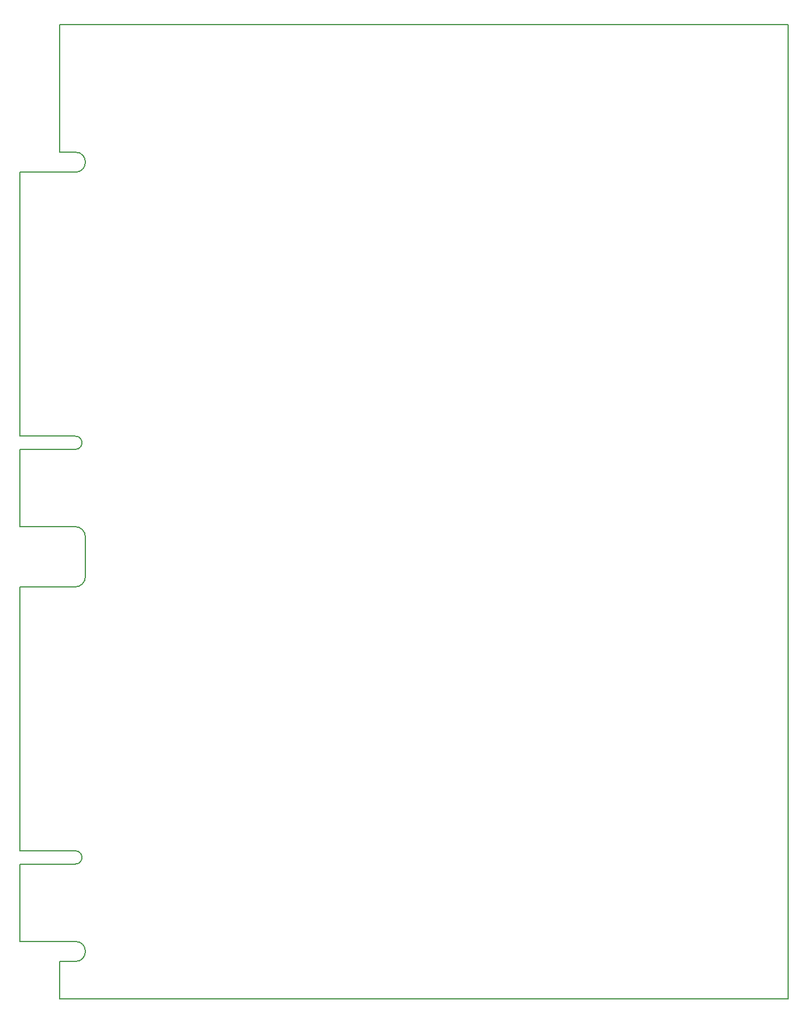
<source format=gm1>
G04 #@! TF.GenerationSoftware,KiCad,Pcbnew,(5.0.0-rc2-35-gda6600525)*
G04 #@! TF.CreationDate,2018-07-07T16:01:35-07:00*
G04 #@! TF.ProjectId,alu,616C752E6B696361645F706362000000,rev?*
G04 #@! TF.SameCoordinates,Original*
G04 #@! TF.FileFunction,Profile,NP*
%FSLAX46Y46*%
G04 Gerber Fmt 4.6, Leading zero omitted, Abs format (unit mm)*
G04 Created by KiCad (PCBNEW (5.0.0-rc2-35-gda6600525)) date 07/07/18 16:01:35*
%MOMM*%
%LPD*%
G01*
G04 APERTURE LIST*
%ADD10C,0.150000*%
G04 APERTURE END LIST*
D10*
X3700000Y-152450000D02*
X3700000Y-163650000D01*
X3700000Y-112350000D02*
X3700000Y-150550000D01*
X9500000Y-166550000D02*
X9500000Y-172000000D01*
X11750000Y-163650000D02*
G75*
G02X11750000Y-166550000I0J-1450000D01*
G01*
X11750000Y-163650000D02*
X3700000Y-163650000D01*
X9500000Y-166550000D02*
X11800000Y-166550000D01*
X11750000Y-152450000D02*
X3700000Y-152450000D01*
X11750000Y-150550000D02*
G75*
G02X11750000Y-152450000I0J-950000D01*
G01*
X11750000Y-150550000D02*
X3700000Y-150550000D01*
X3700000Y-92450000D02*
X3700000Y-103650000D01*
X11750000Y-92450000D02*
X3700000Y-92450000D01*
X3700000Y-90550000D02*
X3700000Y-52350000D01*
X11750000Y-90550000D02*
X3700000Y-90550000D01*
X11750000Y-90550000D02*
G75*
G02X11750000Y-92450000I0J-950000D01*
G01*
X11750000Y-103650000D02*
X3700000Y-103650000D01*
X11750000Y-112350000D02*
X3700000Y-112350000D01*
X13200000Y-105100000D02*
X13200000Y-110900000D01*
X13200000Y-110900000D02*
G75*
G02X11750000Y-112350000I-1450000J0D01*
G01*
X11750000Y-103650000D02*
G75*
G02X13200000Y-105100000I0J-1450000D01*
G01*
X11750000Y-49450000D02*
X9500000Y-49450000D01*
X11750000Y-49450000D02*
G75*
G02X11750000Y-52350000I0J-1450000D01*
G01*
X3700000Y-52350000D02*
X11800000Y-52350000D01*
X9500000Y-49450000D02*
X9500000Y-31000000D01*
X115000000Y-172000000D02*
X9500000Y-172000000D01*
X115000000Y-31000000D02*
X115000000Y-172000000D01*
X9500000Y-31000000D02*
X115000000Y-31000000D01*
M02*

</source>
